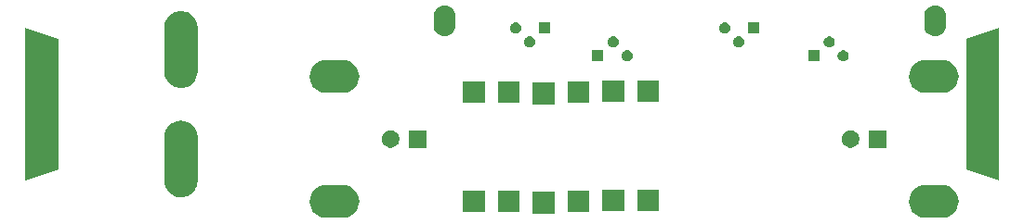
<source format=gbs>
G04 #@! TF.GenerationSoftware,KiCad,Pcbnew,(5.0.1)-3*
G04 #@! TF.CreationDate,2018-12-03T12:15:07+01:00*
G04 #@! TF.ProjectId,drawdio,6472617764696F2E6B696361645F7063,rev?*
G04 #@! TF.SameCoordinates,PX60a6ad0PY525bfc0*
G04 #@! TF.FileFunction,Soldermask,Bot*
G04 #@! TF.FilePolarity,Negative*
%FSLAX46Y46*%
G04 Gerber Fmt 4.6, Leading zero omitted, Abs format (unit mm)*
G04 Created by KiCad (PCBNEW (5.0.1)-3) date 03/12/2018 12:15:07*
%MOMM*%
%LPD*%
G01*
G04 APERTURE LIST*
%ADD10C,0.150000*%
G04 APERTURE END LIST*
D10*
G36*
X34064048Y-8046704D02*
X34064051Y-8046705D01*
X34346802Y-8132476D01*
X34346804Y-8132477D01*
X34607389Y-8271763D01*
X34835792Y-8459208D01*
X35023237Y-8687611D01*
X35023238Y-8687613D01*
X35162524Y-8948198D01*
X35221391Y-9142257D01*
X35248296Y-9230952D01*
X35277257Y-9525000D01*
X35248296Y-9819048D01*
X35162523Y-10101804D01*
X35023237Y-10362389D01*
X34835792Y-10590792D01*
X34607389Y-10778237D01*
X34607387Y-10778238D01*
X34346802Y-10917524D01*
X34116685Y-10987329D01*
X34064048Y-11003296D01*
X33843684Y-11025000D01*
X32196316Y-11025000D01*
X31975952Y-11003296D01*
X31923315Y-10987329D01*
X31693198Y-10917524D01*
X31432613Y-10778238D01*
X31432611Y-10778237D01*
X31204208Y-10590792D01*
X31016763Y-10362389D01*
X30877477Y-10101804D01*
X30791704Y-9819048D01*
X30762743Y-9525000D01*
X30791704Y-9230952D01*
X30818609Y-9142257D01*
X30877476Y-8948198D01*
X31016762Y-8687613D01*
X31016763Y-8687611D01*
X31204208Y-8459208D01*
X31432611Y-8271763D01*
X31693196Y-8132477D01*
X31693198Y-8132476D01*
X31975949Y-8046705D01*
X31975952Y-8046704D01*
X32196316Y-8025000D01*
X33843684Y-8025000D01*
X34064048Y-8046704D01*
X34064048Y-8046704D01*
G37*
G36*
X-20545952Y-8046704D02*
X-20545949Y-8046705D01*
X-20263198Y-8132476D01*
X-20263196Y-8132477D01*
X-20002611Y-8271763D01*
X-19774208Y-8459208D01*
X-19586763Y-8687611D01*
X-19586762Y-8687613D01*
X-19447476Y-8948198D01*
X-19388609Y-9142257D01*
X-19361704Y-9230952D01*
X-19332743Y-9525000D01*
X-19361704Y-9819048D01*
X-19447477Y-10101804D01*
X-19586763Y-10362389D01*
X-19774208Y-10590792D01*
X-20002611Y-10778237D01*
X-20002613Y-10778238D01*
X-20263198Y-10917524D01*
X-20493315Y-10987329D01*
X-20545952Y-11003296D01*
X-20766316Y-11025000D01*
X-22413684Y-11025000D01*
X-22634048Y-11003296D01*
X-22686685Y-10987329D01*
X-22916802Y-10917524D01*
X-23177387Y-10778238D01*
X-23177389Y-10778237D01*
X-23405792Y-10590792D01*
X-23593237Y-10362389D01*
X-23732523Y-10101804D01*
X-23818296Y-9819048D01*
X-23847257Y-9525000D01*
X-23818296Y-9230952D01*
X-23791391Y-9142257D01*
X-23732524Y-8948198D01*
X-23593238Y-8687613D01*
X-23593237Y-8687611D01*
X-23405792Y-8459208D01*
X-23177389Y-8271763D01*
X-22916804Y-8132477D01*
X-22916802Y-8132476D01*
X-22634051Y-8046705D01*
X-22634048Y-8046704D01*
X-22413684Y-8025000D01*
X-20766316Y-8025000D01*
X-20545952Y-8046704D01*
X-20545952Y-8046704D01*
G37*
G36*
X-1540510Y-10651490D02*
X-3539490Y-10651490D01*
X-3539490Y-8652510D01*
X-1540510Y-8652510D01*
X-1540510Y-10651490D01*
X-1540510Y-10651490D01*
G37*
G36*
X1634490Y-10524490D02*
X-364490Y-10524490D01*
X-364490Y-8525510D01*
X1634490Y-8525510D01*
X1634490Y-10524490D01*
X1634490Y-10524490D01*
G37*
G36*
X-4715510Y-10524490D02*
X-6714490Y-10524490D01*
X-6714490Y-8525510D01*
X-4715510Y-8525510D01*
X-4715510Y-10524490D01*
X-4715510Y-10524490D01*
G37*
G36*
X-7890510Y-10524490D02*
X-9889490Y-10524490D01*
X-9889490Y-8525510D01*
X-7890510Y-8525510D01*
X-7890510Y-10524490D01*
X-7890510Y-10524490D01*
G37*
G36*
X4809490Y-10445750D02*
X2810510Y-10445750D01*
X2810510Y-8446770D01*
X4809490Y-8446770D01*
X4809490Y-10445750D01*
X4809490Y-10445750D01*
G37*
G36*
X7984490Y-10445750D02*
X5985510Y-10445750D01*
X5985510Y-8446770D01*
X7984490Y-8446770D01*
X7984490Y-10445750D01*
X7984490Y-10445750D01*
G37*
G36*
X-35265953Y-2156704D02*
X-35213316Y-2172671D01*
X-34983199Y-2242476D01*
X-34983197Y-2242477D01*
X-34722612Y-2381763D01*
X-34494209Y-2569208D01*
X-34306764Y-2797611D01*
X-34306763Y-2797613D01*
X-34167477Y-3058198D01*
X-34127921Y-3188599D01*
X-34081705Y-3340952D01*
X-34060001Y-3561316D01*
X-34060000Y-7708683D01*
X-34081704Y-7929047D01*
X-34081705Y-7929050D01*
X-34143413Y-8132477D01*
X-34167477Y-8211803D01*
X-34306763Y-8472388D01*
X-34494208Y-8700791D01*
X-34722611Y-8888236D01*
X-34722613Y-8888237D01*
X-34983198Y-9027523D01*
X-35124573Y-9070408D01*
X-35265951Y-9113295D01*
X-35527874Y-9139093D01*
X-35560000Y-9142257D01*
X-35560001Y-9142257D01*
X-35854047Y-9113296D01*
X-35906684Y-9097329D01*
X-36136801Y-9027524D01*
X-36397386Y-8888238D01*
X-36397388Y-8888237D01*
X-36625791Y-8700792D01*
X-36813236Y-8472389D01*
X-36952522Y-8211804D01*
X-37002604Y-8046704D01*
X-37038294Y-7929051D01*
X-37038294Y-7929050D01*
X-37038295Y-7929048D01*
X-37059999Y-7708684D01*
X-37060000Y-3561317D01*
X-37038296Y-3340953D01*
X-36952523Y-3058197D01*
X-36813237Y-2797612D01*
X-36625792Y-2569209D01*
X-36397389Y-2381764D01*
X-36136804Y-2242478D01*
X-36136802Y-2242477D01*
X-35995426Y-2199591D01*
X-35854049Y-2156705D01*
X-35592126Y-2130907D01*
X-35560000Y-2127743D01*
X-35559999Y-2127743D01*
X-35265953Y-2156704D01*
X-35265953Y-2156704D01*
G37*
G36*
X-46760000Y5365001D02*
X-46760000Y-6635001D01*
X-49760000Y-7635001D01*
X-49760000Y6365001D01*
X-46760000Y5365001D01*
X-46760000Y5365001D01*
G37*
G36*
X38965000Y-7635001D02*
X35965000Y-6635001D01*
X35965000Y5365001D01*
X38965000Y6365001D01*
X38965000Y-7635001D01*
X38965000Y-7635001D01*
G37*
G36*
X-13170000Y-4610000D02*
X-14770000Y-4610000D01*
X-14770000Y-3010000D01*
X-13170000Y-3010000D01*
X-13170000Y-4610000D01*
X-13170000Y-4610000D01*
G37*
G36*
X-16236648Y-3040743D02*
X-16091059Y-3101048D01*
X-15960027Y-3188601D01*
X-15848601Y-3300027D01*
X-15761048Y-3431059D01*
X-15700743Y-3576648D01*
X-15670000Y-3731205D01*
X-15670000Y-3888795D01*
X-15700743Y-4043352D01*
X-15761048Y-4188941D01*
X-15848601Y-4319973D01*
X-15960027Y-4431399D01*
X-16091059Y-4518952D01*
X-16236648Y-4579257D01*
X-16391205Y-4610000D01*
X-16548795Y-4610000D01*
X-16703352Y-4579257D01*
X-16848941Y-4518952D01*
X-16979973Y-4431399D01*
X-17091399Y-4319973D01*
X-17178952Y-4188941D01*
X-17239257Y-4043352D01*
X-17270000Y-3888795D01*
X-17270000Y-3731205D01*
X-17239257Y-3576648D01*
X-17178952Y-3431059D01*
X-17091399Y-3300027D01*
X-16979973Y-3188601D01*
X-16848941Y-3101048D01*
X-16703352Y-3040743D01*
X-16548795Y-3010000D01*
X-16391205Y-3010000D01*
X-16236648Y-3040743D01*
X-16236648Y-3040743D01*
G37*
G36*
X28740000Y-4610000D02*
X27140000Y-4610000D01*
X27140000Y-3010000D01*
X28740000Y-3010000D01*
X28740000Y-4610000D01*
X28740000Y-4610000D01*
G37*
G36*
X25673352Y-3040743D02*
X25818941Y-3101048D01*
X25949973Y-3188601D01*
X26061399Y-3300027D01*
X26148952Y-3431059D01*
X26209257Y-3576648D01*
X26240000Y-3731205D01*
X26240000Y-3888795D01*
X26209257Y-4043352D01*
X26148952Y-4188941D01*
X26061399Y-4319973D01*
X25949973Y-4431399D01*
X25818941Y-4518952D01*
X25673352Y-4579257D01*
X25518795Y-4610000D01*
X25361205Y-4610000D01*
X25206648Y-4579257D01*
X25061059Y-4518952D01*
X24930027Y-4431399D01*
X24818601Y-4319973D01*
X24731048Y-4188941D01*
X24670743Y-4043352D01*
X24640000Y-3888795D01*
X24640000Y-3731205D01*
X24670743Y-3576648D01*
X24731048Y-3431059D01*
X24818601Y-3300027D01*
X24930027Y-3188601D01*
X25061059Y-3101048D01*
X25206648Y-3040743D01*
X25361205Y-3010000D01*
X25518795Y-3010000D01*
X25673352Y-3040743D01*
X25673352Y-3040743D01*
G37*
G36*
X-1540510Y-648970D02*
X-3539490Y-648970D01*
X-3539490Y1350010D01*
X-1540510Y1350010D01*
X-1540510Y-648970D01*
X-1540510Y-648970D01*
G37*
G36*
X-4715510Y-521970D02*
X-6714490Y-521970D01*
X-6714490Y1477010D01*
X-4715510Y1477010D01*
X-4715510Y-521970D01*
X-4715510Y-521970D01*
G37*
G36*
X-7890510Y-521970D02*
X-9889490Y-521970D01*
X-9889490Y1477010D01*
X-7890510Y1477010D01*
X-7890510Y-521970D01*
X-7890510Y-521970D01*
G37*
G36*
X1634490Y-521970D02*
X-364490Y-521970D01*
X-364490Y1477010D01*
X1634490Y1477010D01*
X1634490Y-521970D01*
X1634490Y-521970D01*
G37*
G36*
X7984490Y-443230D02*
X5985510Y-443230D01*
X5985510Y1555750D01*
X7984490Y1555750D01*
X7984490Y-443230D01*
X7984490Y-443230D01*
G37*
G36*
X4809490Y-443230D02*
X2810510Y-443230D01*
X2810510Y1555750D01*
X4809490Y1555750D01*
X4809490Y-443230D01*
X4809490Y-443230D01*
G37*
G36*
X34064048Y3383296D02*
X34064051Y3383295D01*
X34346802Y3297524D01*
X34346804Y3297523D01*
X34607389Y3158237D01*
X34835792Y2970792D01*
X35023237Y2742389D01*
X35162523Y2481804D01*
X35248296Y2199048D01*
X35277257Y1905000D01*
X35248296Y1610952D01*
X35248295Y1610949D01*
X35169141Y1350010D01*
X35162523Y1328196D01*
X35023237Y1067611D01*
X34835792Y839208D01*
X34607389Y651763D01*
X34607387Y651762D01*
X34346802Y512476D01*
X34116685Y442671D01*
X34064048Y426704D01*
X33843684Y405000D01*
X32196316Y405000D01*
X31975952Y426704D01*
X31923315Y442671D01*
X31693198Y512476D01*
X31432613Y651762D01*
X31432611Y651763D01*
X31204208Y839208D01*
X31016763Y1067611D01*
X30877477Y1328196D01*
X30870860Y1350010D01*
X30791705Y1610949D01*
X30791704Y1610952D01*
X30762743Y1905000D01*
X30791704Y2199048D01*
X30877477Y2481804D01*
X31016763Y2742389D01*
X31204208Y2970792D01*
X31432611Y3158237D01*
X31693196Y3297523D01*
X31693198Y3297524D01*
X31975949Y3383295D01*
X31975952Y3383296D01*
X32196316Y3405000D01*
X33843684Y3405000D01*
X34064048Y3383296D01*
X34064048Y3383296D01*
G37*
G36*
X-20545952Y3383296D02*
X-20545949Y3383295D01*
X-20263198Y3297524D01*
X-20263196Y3297523D01*
X-20002611Y3158237D01*
X-19774208Y2970792D01*
X-19586763Y2742389D01*
X-19447477Y2481804D01*
X-19361704Y2199048D01*
X-19332743Y1905000D01*
X-19361704Y1610952D01*
X-19361705Y1610949D01*
X-19440859Y1350010D01*
X-19447477Y1328196D01*
X-19586763Y1067611D01*
X-19774208Y839208D01*
X-20002611Y651763D01*
X-20002613Y651762D01*
X-20263198Y512476D01*
X-20493315Y442671D01*
X-20545952Y426704D01*
X-20766316Y405000D01*
X-22413684Y405000D01*
X-22634048Y426704D01*
X-22686685Y442671D01*
X-22916802Y512476D01*
X-23177387Y651762D01*
X-23177389Y651763D01*
X-23405792Y839208D01*
X-23593237Y1067611D01*
X-23732523Y1328196D01*
X-23739140Y1350010D01*
X-23818295Y1610949D01*
X-23818296Y1610952D01*
X-23847257Y1905000D01*
X-23818296Y2199048D01*
X-23732523Y2481804D01*
X-23593237Y2742389D01*
X-23405792Y2970792D01*
X-23177389Y3158237D01*
X-22916804Y3297523D01*
X-22916802Y3297524D01*
X-22634051Y3383295D01*
X-22634048Y3383296D01*
X-22413684Y3405000D01*
X-20766316Y3405000D01*
X-20545952Y3383296D01*
X-20545952Y3383296D01*
G37*
G36*
X-35265953Y7843296D02*
X-35213316Y7827329D01*
X-34983199Y7757524D01*
X-34983197Y7757523D01*
X-34722612Y7618237D01*
X-34494209Y7430792D01*
X-34306764Y7202389D01*
X-34306763Y7202387D01*
X-34167477Y6941802D01*
X-34133801Y6830785D01*
X-34081705Y6659048D01*
X-34060001Y6438684D01*
X-34060000Y2291317D01*
X-34081704Y2070953D01*
X-34167477Y1788197D01*
X-34306763Y1527612D01*
X-34494208Y1299209D01*
X-34722611Y1111764D01*
X-34805215Y1067611D01*
X-34983198Y972477D01*
X-35124574Y929591D01*
X-35265951Y886705D01*
X-35527874Y860907D01*
X-35560000Y857743D01*
X-35560001Y857743D01*
X-35854047Y886704D01*
X-35906684Y902671D01*
X-36136801Y972476D01*
X-36397386Y1111762D01*
X-36397388Y1111763D01*
X-36625791Y1299208D01*
X-36813236Y1527611D01*
X-36952522Y1788196D01*
X-37038295Y2070952D01*
X-37059999Y2291316D01*
X-37060000Y6438683D01*
X-37038296Y6659047D01*
X-36952523Y6941803D01*
X-36813237Y7202388D01*
X-36625792Y7430791D01*
X-36397389Y7618236D01*
X-36136804Y7757522D01*
X-36136802Y7757523D01*
X-35995427Y7800408D01*
X-35854049Y7843295D01*
X-35592126Y7869093D01*
X-35560000Y7872257D01*
X-35559999Y7872257D01*
X-35265953Y7843296D01*
X-35265953Y7843296D01*
G37*
G36*
X2913000Y3310000D02*
X1913000Y3310000D01*
X1913000Y4310000D01*
X2913000Y4310000D01*
X2913000Y3310000D01*
X2913000Y3310000D01*
G37*
G36*
X5225845Y4290785D02*
X5316839Y4253094D01*
X5397640Y4199104D01*
X5398734Y4198373D01*
X5468373Y4128734D01*
X5523095Y4046837D01*
X5560785Y3955845D01*
X5580000Y3859245D01*
X5580000Y3760755D01*
X5560785Y3664155D01*
X5523095Y3573163D01*
X5468373Y3491266D01*
X5398734Y3421627D01*
X5398731Y3421625D01*
X5316839Y3366906D01*
X5225845Y3329215D01*
X5129246Y3310000D01*
X5030754Y3310000D01*
X4934155Y3329215D01*
X4843161Y3366906D01*
X4761269Y3421625D01*
X4761266Y3421627D01*
X4691627Y3491266D01*
X4636905Y3573163D01*
X4599215Y3664155D01*
X4580000Y3760755D01*
X4580000Y3859245D01*
X4599215Y3955845D01*
X4636905Y4046837D01*
X4691627Y4128734D01*
X4761266Y4198373D01*
X4762360Y4199104D01*
X4843161Y4253094D01*
X4934155Y4290785D01*
X5030754Y4310000D01*
X5129246Y4310000D01*
X5225845Y4290785D01*
X5225845Y4290785D01*
G37*
G36*
X22598000Y3310000D02*
X21598000Y3310000D01*
X21598000Y4310000D01*
X22598000Y4310000D01*
X22598000Y3310000D01*
X22598000Y3310000D01*
G37*
G36*
X24910845Y4290785D02*
X25001839Y4253094D01*
X25082640Y4199104D01*
X25083734Y4198373D01*
X25153373Y4128734D01*
X25208095Y4046837D01*
X25245785Y3955845D01*
X25265000Y3859245D01*
X25265000Y3760755D01*
X25245785Y3664155D01*
X25208095Y3573163D01*
X25153373Y3491266D01*
X25083734Y3421627D01*
X25083731Y3421625D01*
X25001839Y3366906D01*
X24910845Y3329215D01*
X24814246Y3310000D01*
X24715754Y3310000D01*
X24619155Y3329215D01*
X24528161Y3366906D01*
X24446269Y3421625D01*
X24446266Y3421627D01*
X24376627Y3491266D01*
X24321905Y3573163D01*
X24284215Y3664155D01*
X24265000Y3760755D01*
X24265000Y3859245D01*
X24284215Y3955845D01*
X24321905Y4046837D01*
X24376627Y4128734D01*
X24446266Y4198373D01*
X24447360Y4199104D01*
X24528161Y4253094D01*
X24619155Y4290785D01*
X24715754Y4310000D01*
X24814246Y4310000D01*
X24910845Y4290785D01*
X24910845Y4290785D01*
G37*
G36*
X23640845Y5560785D02*
X23731839Y5523094D01*
X23812640Y5469104D01*
X23813734Y5468373D01*
X23883373Y5398734D01*
X23883375Y5398731D01*
X23905914Y5365000D01*
X23938095Y5316837D01*
X23975785Y5225845D01*
X23995000Y5129245D01*
X23995000Y5030755D01*
X23975785Y4934155D01*
X23938095Y4843163D01*
X23883373Y4761266D01*
X23813734Y4691627D01*
X23813731Y4691625D01*
X23731839Y4636906D01*
X23640845Y4599215D01*
X23544246Y4580000D01*
X23445754Y4580000D01*
X23349155Y4599215D01*
X23258161Y4636906D01*
X23176269Y4691625D01*
X23176266Y4691627D01*
X23106627Y4761266D01*
X23051905Y4843163D01*
X23014215Y4934155D01*
X22995000Y5030755D01*
X22995000Y5129245D01*
X23014215Y5225845D01*
X23051905Y5316837D01*
X23084087Y5365000D01*
X23106625Y5398731D01*
X23106627Y5398734D01*
X23176266Y5468373D01*
X23177360Y5469104D01*
X23258161Y5523094D01*
X23349155Y5560785D01*
X23445754Y5580000D01*
X23544246Y5580000D01*
X23640845Y5560785D01*
X23640845Y5560785D01*
G37*
G36*
X-3664155Y5560785D02*
X-3573161Y5523094D01*
X-3492360Y5469104D01*
X-3491266Y5468373D01*
X-3421627Y5398734D01*
X-3421625Y5398731D01*
X-3399086Y5365000D01*
X-3366905Y5316837D01*
X-3329215Y5225845D01*
X-3310000Y5129245D01*
X-3310000Y5030755D01*
X-3329215Y4934155D01*
X-3366905Y4843163D01*
X-3421627Y4761266D01*
X-3491266Y4691627D01*
X-3491269Y4691625D01*
X-3573161Y4636906D01*
X-3664155Y4599215D01*
X-3760754Y4580000D01*
X-3859246Y4580000D01*
X-3955845Y4599215D01*
X-4046839Y4636906D01*
X-4128731Y4691625D01*
X-4128734Y4691627D01*
X-4198373Y4761266D01*
X-4253095Y4843163D01*
X-4290785Y4934155D01*
X-4310000Y5030755D01*
X-4310000Y5129245D01*
X-4290785Y5225845D01*
X-4253095Y5316837D01*
X-4220913Y5365000D01*
X-4198375Y5398731D01*
X-4198373Y5398734D01*
X-4128734Y5468373D01*
X-4127640Y5469104D01*
X-4046839Y5523094D01*
X-3955845Y5560785D01*
X-3859246Y5580000D01*
X-3760754Y5580000D01*
X-3664155Y5560785D01*
X-3664155Y5560785D01*
G37*
G36*
X3955845Y5560785D02*
X4046839Y5523094D01*
X4127640Y5469104D01*
X4128734Y5468373D01*
X4198373Y5398734D01*
X4198375Y5398731D01*
X4220914Y5365000D01*
X4253095Y5316837D01*
X4290785Y5225845D01*
X4310000Y5129245D01*
X4310000Y5030755D01*
X4290785Y4934155D01*
X4253095Y4843163D01*
X4198373Y4761266D01*
X4128734Y4691627D01*
X4128731Y4691625D01*
X4046839Y4636906D01*
X3955845Y4599215D01*
X3859246Y4580000D01*
X3760754Y4580000D01*
X3664155Y4599215D01*
X3573161Y4636906D01*
X3491269Y4691625D01*
X3491266Y4691627D01*
X3421627Y4761266D01*
X3366905Y4843163D01*
X3329215Y4934155D01*
X3310000Y5030755D01*
X3310000Y5129245D01*
X3329215Y5225845D01*
X3366905Y5316837D01*
X3399087Y5365000D01*
X3421625Y5398731D01*
X3421627Y5398734D01*
X3491266Y5468373D01*
X3492360Y5469104D01*
X3573161Y5523094D01*
X3664155Y5560785D01*
X3760754Y5580000D01*
X3859246Y5580000D01*
X3955845Y5560785D01*
X3955845Y5560785D01*
G37*
G36*
X15385845Y5560785D02*
X15476839Y5523094D01*
X15557640Y5469104D01*
X15558734Y5468373D01*
X15628373Y5398734D01*
X15628375Y5398731D01*
X15650914Y5365000D01*
X15683095Y5316837D01*
X15720785Y5225845D01*
X15740000Y5129245D01*
X15740000Y5030755D01*
X15720785Y4934155D01*
X15683095Y4843163D01*
X15628373Y4761266D01*
X15558734Y4691627D01*
X15558731Y4691625D01*
X15476839Y4636906D01*
X15385845Y4599215D01*
X15289246Y4580000D01*
X15190754Y4580000D01*
X15094155Y4599215D01*
X15003161Y4636906D01*
X14921269Y4691625D01*
X14921266Y4691627D01*
X14851627Y4761266D01*
X14796905Y4843163D01*
X14759215Y4934155D01*
X14740000Y5030755D01*
X14740000Y5129245D01*
X14759215Y5225845D01*
X14796905Y5316837D01*
X14829087Y5365000D01*
X14851625Y5398731D01*
X14851627Y5398734D01*
X14921266Y5468373D01*
X14922360Y5469104D01*
X15003161Y5523094D01*
X15094155Y5560785D01*
X15190754Y5580000D01*
X15289246Y5580000D01*
X15385845Y5560785D01*
X15385845Y5560785D01*
G37*
G36*
X33341029Y8370531D02*
X33341032Y8370530D01*
X33341033Y8370530D01*
X33529534Y8313349D01*
X33529536Y8313348D01*
X33703259Y8220491D01*
X33855527Y8095528D01*
X33980490Y7943260D01*
X33980491Y7943258D01*
X34073348Y7769535D01*
X34119244Y7618236D01*
X34130530Y7581030D01*
X34144999Y7434124D01*
X34145000Y6535877D01*
X34130531Y6388971D01*
X34130530Y6388968D01*
X34130530Y6388967D01*
X34123260Y6365000D01*
X34073348Y6200464D01*
X33980491Y6026741D01*
X33855528Y5874473D01*
X33703260Y5749510D01*
X33703258Y5749509D01*
X33529535Y5656652D01*
X33376122Y5610115D01*
X33341031Y5599470D01*
X33169045Y5582530D01*
X33145000Y5580162D01*
X33144999Y5580162D01*
X32948971Y5599469D01*
X32948968Y5599470D01*
X32948967Y5599470D01*
X32760466Y5656651D01*
X32586743Y5749508D01*
X32586741Y5749509D01*
X32434473Y5874472D01*
X32309510Y6026740D01*
X32216653Y6200463D01*
X32186230Y6300755D01*
X32159471Y6388966D01*
X32159471Y6388967D01*
X32159470Y6388970D01*
X32145001Y6535876D01*
X32145000Y7434123D01*
X32159469Y7581029D01*
X32159470Y7581033D01*
X32216651Y7769534D01*
X32309508Y7943257D01*
X32309509Y7943259D01*
X32434472Y8095527D01*
X32586740Y8220490D01*
X32760463Y8313347D01*
X32760465Y8313348D01*
X32948966Y8370529D01*
X32948969Y8370530D01*
X33120955Y8387470D01*
X33145000Y8389838D01*
X33145001Y8389838D01*
X33341029Y8370531D01*
X33341029Y8370531D01*
G37*
G36*
X-11358971Y8370531D02*
X-11358968Y8370530D01*
X-11358967Y8370530D01*
X-11170466Y8313349D01*
X-11170464Y8313348D01*
X-10996741Y8220491D01*
X-10844473Y8095528D01*
X-10719510Y7943260D01*
X-10719509Y7943258D01*
X-10626652Y7769535D01*
X-10580756Y7618236D01*
X-10569470Y7581030D01*
X-10555001Y7434124D01*
X-10555000Y6535877D01*
X-10569469Y6388971D01*
X-10569470Y6388968D01*
X-10569470Y6388967D01*
X-10576740Y6365000D01*
X-10626652Y6200464D01*
X-10719509Y6026741D01*
X-10844472Y5874473D01*
X-10996740Y5749510D01*
X-10996742Y5749509D01*
X-11170465Y5656652D01*
X-11323878Y5610115D01*
X-11358969Y5599470D01*
X-11530955Y5582530D01*
X-11555000Y5580162D01*
X-11555001Y5580162D01*
X-11751029Y5599469D01*
X-11751032Y5599470D01*
X-11751033Y5599470D01*
X-11939534Y5656651D01*
X-12113257Y5749508D01*
X-12113259Y5749509D01*
X-12265527Y5874472D01*
X-12390490Y6026740D01*
X-12483347Y6200463D01*
X-12513770Y6300755D01*
X-12540529Y6388966D01*
X-12540529Y6388967D01*
X-12540530Y6388970D01*
X-12554999Y6535876D01*
X-12555000Y7434123D01*
X-12540531Y7581029D01*
X-12540530Y7581033D01*
X-12483349Y7769534D01*
X-12390492Y7943257D01*
X-12390491Y7943259D01*
X-12265528Y8095527D01*
X-12113260Y8220490D01*
X-11939537Y8313347D01*
X-11939535Y8313348D01*
X-11751034Y8370529D01*
X-11751031Y8370530D01*
X-11579045Y8387470D01*
X-11555000Y8389838D01*
X-11554999Y8389838D01*
X-11358971Y8370531D01*
X-11358971Y8370531D01*
G37*
G36*
X14115845Y6830785D02*
X14206839Y6793094D01*
X14287640Y6739104D01*
X14288734Y6738373D01*
X14358373Y6668734D01*
X14413095Y6586837D01*
X14450785Y6495845D01*
X14470000Y6399245D01*
X14470000Y6300755D01*
X14450785Y6204155D01*
X14413095Y6113163D01*
X14358373Y6031266D01*
X14288734Y5961627D01*
X14288731Y5961625D01*
X14206839Y5906906D01*
X14115845Y5869215D01*
X14019246Y5850000D01*
X13920754Y5850000D01*
X13824155Y5869215D01*
X13733161Y5906906D01*
X13651269Y5961625D01*
X13651266Y5961627D01*
X13581627Y6031266D01*
X13526905Y6113163D01*
X13489215Y6204155D01*
X13470000Y6300755D01*
X13470000Y6399245D01*
X13489215Y6495845D01*
X13526905Y6586837D01*
X13581627Y6668734D01*
X13651266Y6738373D01*
X13652360Y6739104D01*
X13733161Y6793094D01*
X13824155Y6830785D01*
X13920754Y6850000D01*
X14019246Y6850000D01*
X14115845Y6830785D01*
X14115845Y6830785D01*
G37*
G36*
X17137000Y5850000D02*
X16137000Y5850000D01*
X16137000Y6850000D01*
X17137000Y6850000D01*
X17137000Y5850000D01*
X17137000Y5850000D01*
G37*
G36*
X-4934155Y6830785D02*
X-4843161Y6793094D01*
X-4762360Y6739104D01*
X-4761266Y6738373D01*
X-4691627Y6668734D01*
X-4636905Y6586837D01*
X-4599215Y6495845D01*
X-4580000Y6399245D01*
X-4580000Y6300755D01*
X-4599215Y6204155D01*
X-4636905Y6113163D01*
X-4691627Y6031266D01*
X-4761266Y5961627D01*
X-4761269Y5961625D01*
X-4843161Y5906906D01*
X-4934155Y5869215D01*
X-5030754Y5850000D01*
X-5129246Y5850000D01*
X-5225845Y5869215D01*
X-5316839Y5906906D01*
X-5398731Y5961625D01*
X-5398734Y5961627D01*
X-5468373Y6031266D01*
X-5523095Y6113163D01*
X-5560785Y6204155D01*
X-5580000Y6300755D01*
X-5580000Y6399245D01*
X-5560785Y6495845D01*
X-5523095Y6586837D01*
X-5468373Y6668734D01*
X-5398734Y6738373D01*
X-5397640Y6739104D01*
X-5316839Y6793094D01*
X-5225845Y6830785D01*
X-5129246Y6850000D01*
X-5030754Y6850000D01*
X-4934155Y6830785D01*
X-4934155Y6830785D01*
G37*
G36*
X-1913000Y5850000D02*
X-2913000Y5850000D01*
X-2913000Y6850000D01*
X-1913000Y6850000D01*
X-1913000Y5850000D01*
X-1913000Y5850000D01*
G37*
M02*

</source>
